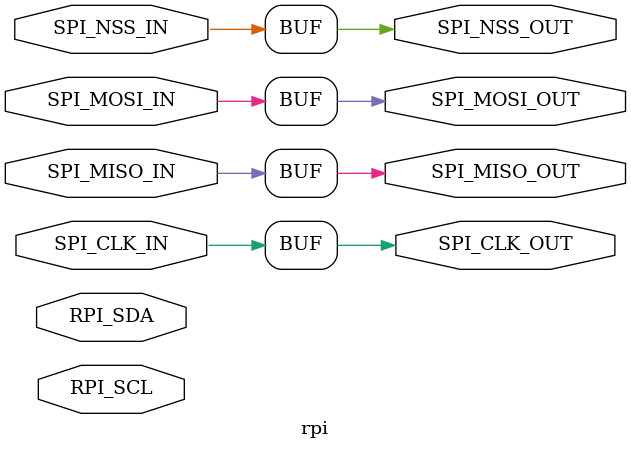
<source format=v>
module rpi(
	SPI_CLK_IN,
	SPI_CLK_OUT,
	SPI_MOSI_IN,
	SPI_MOSI_OUT,
	SPI_MISO_IN,
	SPI_MISO_OUT,
	SPI_NSS_IN,
	SPI_NSS_OUT,
	RPI_SDA,
	RPI_SCL
);

input SPI_CLK_IN; 
output SPI_CLK_OUT; 
input SPI_MOSI_IN; 
output SPI_MOSI_OUT; 
input SPI_MISO_IN; 
output SPI_MISO_OUT; 
input SPI_NSS_IN; 
output SPI_NSS_OUT; 
input RPI_SDA; 
input RPI_SCL; 



assign SPI_CLK_OUT = SPI_CLK_IN;
assign SPI_MOSI_OUT = SPI_MOSI_IN;
assign SPI_MISO_OUT = SPI_MISO_IN;
assign SPI_NSS_OUT = SPI_NSS_IN;


endmodule

</source>
